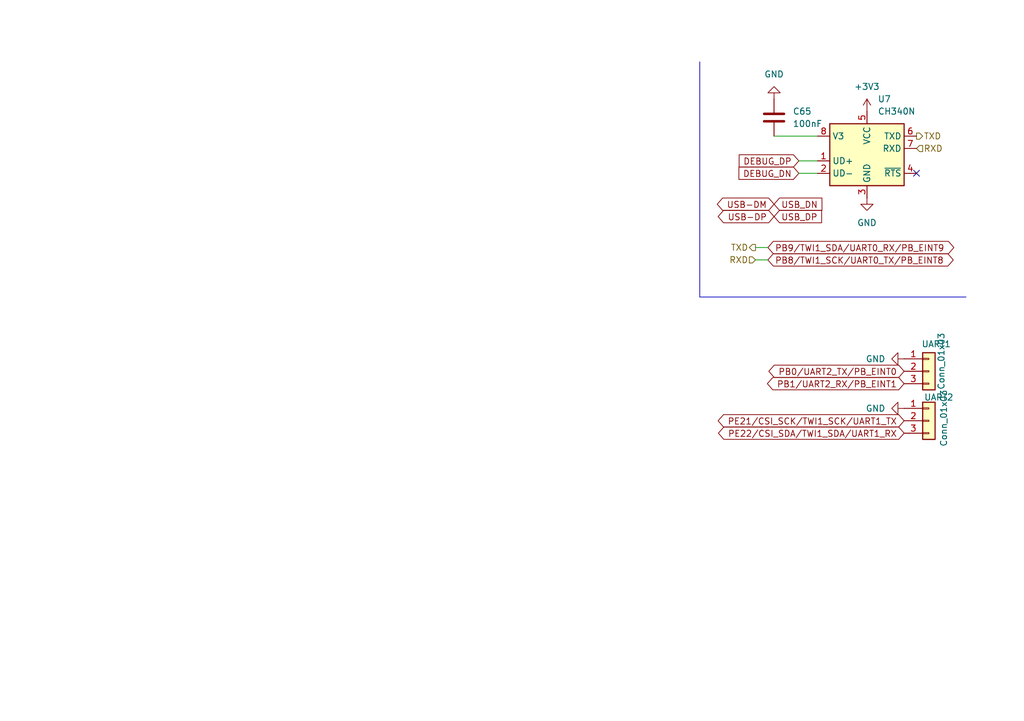
<source format=kicad_sch>
(kicad_sch (version 20250114) (generator "eeschema") (generator_version "9.0")
  (paper "A5")
  (lib_symbols
    (symbol "Connector_Generic:Conn_01x03" (pin_names (offset 1.016) (hide yes))
      (property "Reference" "J" (at 0 5.08 0))
      (property "Value" "Conn_01x03" (at 0 -5.08 0))
      (symbol "Conn_01x03_1_1"
        (rectangle (start -1.27 3.81) (end 1.27 -3.81) (stroke (width 0.254)) (fill (type background)))
        (rectangle (start -1.27 2.667) (end 0 2.413) (stroke (width 0.1524)))
        (rectangle (start -1.27 0.127) (end 0 -0.127) (stroke (width 0.1524)))
        (rectangle (start -1.27 -2.413) (end 0 -2.667) (stroke (width 0.1524)))
        (pin passive line (at -5.08 2.54 0) (length 3.81) (name "Pin_1") (number "1"))
        (pin passive line (at -5.08 0 0) (length 3.81) (name "Pin_2") (number "2"))
        (pin passive line (at -5.08 -2.54 0) (length 3.81) (name "Pin_3") (number "3"))
      )
    )
    (symbol "Device:C" (pin_numbers (hide yes)) (pin_names (offset 0.254))
      (property "Reference" "C" (at 0.635 2.54 0))
      (property "Value" "C" (at 0.635 -2.54 0))
      (symbol "C_0_1"
        (polyline (pts (xy -2.032 0.762) (xy 2.032 0.762)) (stroke (width 0.508)))
        (polyline (pts (xy -2.032 -0.762) (xy 2.032 -0.762)) (stroke (width 0.508)))
      )
      (symbol "C_1_1"
        (pin passive line (at 0 3.81 270) (length 2.794) (name "~") (number "1"))
        (pin passive line (at 0 -3.81 90) (length 2.794) (name "~") (number "2"))
      )
    )
    (symbol "Interface_USB:CH340N"
      (property "Reference" "U" (at -7.62 6.35 0))
      (property "Value" "CH340N" (at 7.62 6.35 0))
      (symbol "CH340N_0_1"
        (rectangle (start -7.62 5.08) (end 7.62 -7.62) (stroke (width 0.254)) (fill (type background)))
      )
      (symbol "CH340N_1_1"
        (pin passive line (at -10.16 2.54 0) (length 2.54) (name "V3") (number "8"))
        (pin bidirectional line (at -10.16 -2.54 0) (length 2.54) (name "UD+") (number "1"))
        (pin bidirectional line (at -10.16 -5.08 0) (length 2.54) (name "UD-") (number "2"))
        (pin power_in line (at 0 7.62 270) (length 2.54) (name "VCC") (number "5"))
        (pin power_in line (at 0 -10.16 90) (length 2.54) (name "GND") (number "3"))
        (pin output line (at 10.16 2.54 180) (length 2.54) (name "TXD") (number "6"))
        (pin input line (at 10.16 0 180) (length 2.54) (name "RXD") (number "7"))
        (pin output line (at 10.16 -5.08 180) (length 2.54) (name "~{RTS}") (number "4"))
      )
    )
    (symbol "power:+3V3" (power) (pin_numbers (hide yes)) (pin_names (offset 0) (hide yes))
      (property "Value" "+3V3" (at 0 3.556 0))
      (symbol "+3V3_0_1"
        (polyline (pts (xy -0.762 1.27) (xy 0 2.54)))
        (polyline (pts (xy 0 2.54) (xy 0.762 1.27)))
        (polyline (pts (xy 0 0) (xy 0 2.54)))
      )
      (symbol "+3V3_1_1"
        (pin power_in line (at 0 0 90) (length 0) (name "~") (number "1"))
      )
    )
    (symbol "power:GND" (power) (pin_numbers (hide yes)) (pin_names (offset 0) (hide yes))
      (property "Value" "GND" (at 0 -3.81 0))
      (symbol "GND_0_1"
        (polyline (pts (xy 0 0) (xy 0 -1.27) (xy 1.27 -1.27) (xy 0 -2.54) (xy -1.27 -1.27) (xy 0 -1.27)))
      )
      (symbol "GND_1_1"
        (pin power_in line (at 0 0 270) (length 0) (name "~") (number "1"))
      )
    )
  )
  (no_connect (at 187.96 35.56))
  (wire (pts (xy 154.94 53.34) (xy 157.48 53.34)))
  (polyline (pts (xy 143.51 12.7) (xy 143.51 60.96)))
  (wire (pts (xy 163.83 33.02) (xy 167.64 33.02)))
  (wire (pts (xy 163.83 35.56) (xy 167.64 35.56)))
  (polyline (pts (xy 143.51 60.96) (xy 198.12 60.96)))
  (wire (pts (xy 154.94 50.8) (xy 157.48 50.8)))
  (wire (pts (xy 158.75 27.94) (xy 167.64 27.94)))
  (global_label "DEBUG_DN" (shape input) (at 163.83 35.56 180) (property "Intersheetrefs" "${INTERSHEET_REFS}" (effects (hide yes))))
  (global_label "PE22/CSI_SDA/TWI1_SDA/UART1_RX" (shape bidirectional) (at 185.42 88.9 180) (property "Intersheetrefs" "${INTERSHEET_REFS}" (effects (hide yes))))
  (global_label "PB9/TWI1_SDA/UART0_RX/PB_EINT9" (shape bidirectional) (at 157.48 50.8 0) (property "Intersheetrefs" "${INTERSHEET_REFS}" (effects (hide yes))))
  (global_label "USB_DN" (shape input) (at 158.75 41.91 0) (property "Intersheetrefs" "${INTERSHEET_REFS}" (effects (hide yes))))
  (global_label "PE21/CSI_SCK/TWI1_SCK/UART1_TX" (shape bidirectional) (at 185.42 86.36 180) (property "Intersheetrefs" "${INTERSHEET_REFS}" (effects (hide yes))))
  (global_label "USB_DP" (shape input) (at 158.75 44.45 0) (property "Intersheetrefs" "${INTERSHEET_REFS}" (effects (hide yes))))
  (global_label "PB1/UART2_RX/PB_EINT1" (shape bidirectional) (at 185.42 78.74 180) (property "Intersheetrefs" "${INTERSHEET_REFS}" (effects (hide yes))))
  (global_label "DEBUG_DP" (shape input) (at 163.83 33.02 180) (property "Intersheetrefs" "${INTERSHEET_REFS}" (effects (hide yes))))
  (global_label "PB0/UART2_TX/PB_EINT0" (shape bidirectional) (at 185.42 76.2 180) (property "Intersheetrefs" "${INTERSHEET_REFS}" (effects (hide yes))))
  (global_label "USB-DP" (shape bidirectional) (at 158.75 44.45 180) (property "Intersheetrefs" "${INTERSHEET_REFS}" (effects (hide yes))))
  (global_label "PB8/TWI1_SCK/UART0_TX/PB_EINT8" (shape bidirectional) (at 157.48 53.34 0) (property "Intersheetrefs" "${INTERSHEET_REFS}" (effects (hide yes))))
  (global_label "USB-DM" (shape bidirectional) (at 158.75 41.91 180) (property "Intersheetrefs" "${INTERSHEET_REFS}" (effects (hide yes))))
  (hierarchical_label "RXD" (shape input) (at 187.96 30.48 0))
  (hierarchical_label "TXD" (shape output) (at 187.96 27.94 0))
  (hierarchical_label "TXD" (shape output) (at 154.94 50.8 180))
  (hierarchical_label "RXD" (shape input) (at 154.94 53.34 180))
  (symbol (lib_id "power:+3V3") (at 177.8 22.86 0) (unit 1)
    (property "Reference" "#PWR0156" (effects (hide yes)))
    (property "Value" "+3V3" (at 177.8 17.78 0))
    (property "Description" "Power symbol creates a global label with name \"+3V3\"" (effects (hide yes)))
  )
  (symbol (lib_id "Connector_Generic:Conn_01x03") (at 190.5 76.2 0) (unit 1)
    (property "Reference" "UART1" (at 188.976 70.612 0) (effects (justify left)))
    (property "Value" "Conn_01x03" (at 193.04 80.01 90) (effects (justify left)))
    (property "Footprint" "Connector_PinSocket_2.54mm:PinSocket_1x03_P2.54mm_Vertical" (effects (hide yes)))
    (property "Description" "Generic connector, single row, 01x03, script generated (kicad-library-utils/schlib/autogen/connector/)" (effects (hide yes)))
  )
  (symbol (lib_id "power:GND") (at 158.75 20.32 180) (unit 1)
    (property "Reference" "#PWR0155" (effects (hide yes)))
    (property "Value" "GND" (at 158.75 15.24 0))
    (property "Description" "Power symbol creates a global label with name \"GND\" , ground" (effects (hide yes)))
  )
  (symbol (lib_id "power:GND") (at 177.8 40.64 0) (unit 1)
    (property "Reference" "#PWR0157" (effects (hide yes)))
    (property "Value" "GND" (at 177.8 45.72 0))
    (property "Description" "Power symbol creates a global label with name \"GND\" , ground" (effects (hide yes)))
  )
  (symbol (lib_id "power:GND") (at 185.42 83.82 270) (unit 1)
    (property "Reference" "#PWR0159" (effects (hide yes)))
    (property "Value" "GND" (at 181.61 83.8199 90) (effects (justify right)))
    (property "Description" "Power symbol creates a global label with name \"GND\" , ground" (effects (hide yes)))
  )
  (symbol (lib_id "Device:C") (at 158.75 24.13 0) (unit 1)
    (property "Reference" "C65" (at 162.56 22.8599 0) (effects (justify left)))
    (property "Value" "100nF" (at 162.56 25.3999 0) (effects (justify left)))
    (property "Footprint" "Capacitor_SMD:C_0603_1608Metric" (effects (hide yes)))
    (property "Description" "Unpolarized capacitor" (effects (hide yes)))
  )
  (symbol (lib_id "power:GND") (at 185.42 73.66 270) (unit 1)
    (property "Reference" "#PWR0158" (effects (hide yes)))
    (property "Value" "GND" (at 181.61 73.6599 90) (effects (justify right)))
    (property "Description" "Power symbol creates a global label with name \"GND\" , ground" (effects (hide yes)))
  )
  (symbol (lib_id "Interface_USB:CH340N") (at 177.8 30.48 0) (unit 1)
    (property "Reference" "U7" (at 179.9941 20.32 0) (effects (justify left)))
    (property "Value" "CH340N" (at 179.9941 22.86 0) (effects (justify left)))
    (property "Footprint" "Package_SO:SOP-8_3.9x4.9mm_P1.27mm" (effects (hide yes)))
    (property "Datasheet" "https://aitendo3.sakura.ne.jp/aitendo_data/product_img/ic/inteface/CH340N/ch340n.pdf" (effects (hide yes)))
    (property "Description" "USB serial converter, 2Mbps, UART, SOP-8" (effects (hide yes)))
  )
  (symbol (lib_id "Connector_Generic:Conn_01x03") (at 190.5 86.36 0) (unit 1)
    (property "Reference" "UART2" (at 189.484 81.534 0) (effects (justify left)))
    (property "Value" "Conn_01x03" (at 193.548 91.694 90) (effects (justify left)))
    (property "Footprint" "Connector_PinSocket_2.54mm:PinSocket_1x03_P2.54mm_Vertical" (effects (hide yes)))
    (property "Description" "Generic connector, single row, 01x03, script generated (kicad-library-utils/schlib/autogen/connector/)" (effects (hide yes)))
  )
)
</source>
